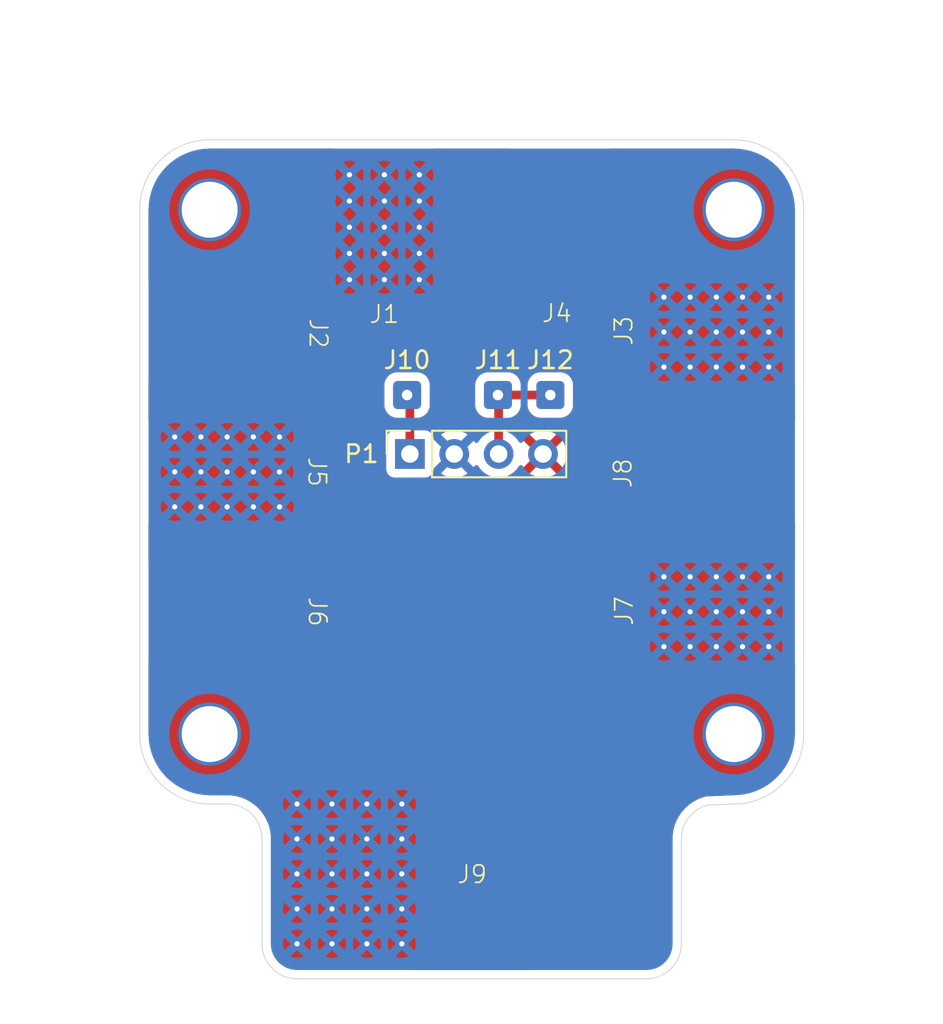
<source format=kicad_pcb>
(kicad_pcb (version 20241229) (generator "pcbnew") (generator_version "9.0")
  (layers (0 "F.Cu" signal) (2 "B.Cu" signal) (13 "F.Paste" user) (15 "B.Paste" user) (5 "F.SilkS" user "F.Silkscreen") (7 "B.SilkS" user "B.Silkscreen") (1 "F.Mask" user) (3 "B.Mask" user) (25 "Edge.Cuts" user))
  (net 0 "")
  (net 1 "GND")
  (net 2 "/VBat")
  (net 3 "/EN")
  (net 4 "/VCC_3V3")
  (footprint "Solder_Pads:01x01_ESC_Pad_Vias" (layer "F.Cu") (at 99 57 90)
    (property "Reference" "J3" (at 0.075 -5.3 90) (layer "F.SilkS") (effects (font (thickness 0.1))))
    (property "Value" "ESC_2_+")
    (pad "1" smd roundrect (at 0 0 90) (size 6 8) (layers "F.Cu" "F.Mask" "F.Paste") (roundrect_rratio 0.15) (net 2 "/VBat"))
    (pad "2" thru_hole circle (at -2 -3 90) (size 0.6 0.6) (drill 0.3) (layers "*.Cu" "*.Mask") (net 2 "/VBat"))
    (pad "2" thru_hole circle (at -2 -1.5 90) (size 0.6 0.6) (drill 0.3) (layers "*.Cu" "*.Mask") (net 2 "/VBat"))
    (pad "2" thru_hole circle (at -2 0 90) (size 0.6 0.6) (drill 0.3) (layers "*.Cu" "*.Mask") (net 2 "/VBat"))
    (pad "2" thru_hole circle (at -2 1.5 90) (size 0.6 0.6) (drill 0.3) (layers "*.Cu" "*.Mask") (net 2 "/VBat"))
    (pad "2" thru_hole circle (at -2 3 90) (size 0.6 0.6) (drill 0.3) (layers "*.Cu" "*.Mask") (net 2 "/VBat"))
    (pad "2" thru_hole circle (at 0 -3 90) (size 0.6 0.6) (drill 0.3) (layers "*.Cu" "*.Mask") (net 2 "/VBat"))
    (pad "2" thru_hole circle (at 0 -1.5 90) (size 0.6 0.6) (drill 0.3) (layers "*.Cu" "*.Mask") (net 2 "/VBat"))
    (pad "2" thru_hole circle (at 0 0 90) (size 0.6 0.6) (drill 0.3) (layers "*.Cu" "*.Mask") (net 2 "/VBat"))
    (pad "2" thru_hole circle (at 0 1.5 90) (size 0.6 0.6) (drill 0.3) (layers "*.Cu" "*.Mask") (net 2 "/VBat"))
    (pad "2" thru_hole circle (at 0 3 90) (size 0.6 0.6) (drill 0.3) (layers "*.Cu" "*.Mask") (net 2 "/VBat"))
    (pad "2" thru_hole circle (at 2 -3 90) (size 0.6 0.6) (drill 0.3) (layers "*.Cu" "*.Mask") (net 2 "/VBat"))
    (pad "2" thru_hole circle (at 2 -1.5 90) (size 0.6 0.6) (drill 0.3) (layers "*.Cu" "*.Mask") (net 2 "/VBat"))
    (pad "2" thru_hole circle (at 2 0 90) (size 0.6 0.6) (drill 0.3) (layers "*.Cu" "*.Mask") (net 2 "/VBat"))
    (pad "2" thru_hole circle (at 2 1.5 90) (size 0.6 0.6) (drill 0.3) (layers "*.Cu" "*.Mask") (net 2 "/VBat"))
    (pad "2" thru_hole circle (at 2 3 90) (size 0.6 0.6) (drill 0.3) (layers "*.Cu" "*.Mask") (net 2 "/VBat"))
  )
  (footprint "Solder_Pads:01x01_ESC_Pad" (layer "F.Cu") (at 71 57 90)
    (property "Reference" "J2" (at -0.075 5.225 270) (layer "F.SilkS") (effects (font (thickness 0.1))))
    (property "Value" "ESC_1_-")
    (pad "1" smd roundrect (at 0 0 90) (size 6 8) (layers "F.Cu" "F.Mask" "F.Paste") (roundrect_rratio 0.15) (net 1 "GND") (thermal_bridge_width 3))
  )
  (footprint "Connector_Wire:SolderWire-0.1sqmm_1x01_D0.4mm_OD1mm" (layer "F.Cu") (at 89.5 60.6)
    (property "Reference" "J12" (at 0 -2 0) (layer "F.SilkS"))
    (property "Value" "Conn_01x01")
    (pad "1" thru_hole roundrect (at 0 0) (size 1.6 1.6) (drill 0.6) (layers "*.Cu" "*.Mask") (roundrect_rratio 0.15625) (net 4 "/VCC_3V3"))
  )
  (footprint "Solder_Pads:PDB_Battery_Pads_ViasL" (layer "F.Cu") (at 85 88)
    (property "Reference" "J9" (at 0.025 0.025 0) (layer "F.SilkS") (effects (font (thickness 0.1))))
    (property "Value" "Conn_01x02")
    (pad "1" smd roundrect (at -7 0) (size 8 10) (layers "F.Cu" "F.Mask" "F.Paste") (roundrect_rratio 0.15) (net 2 "/VBat"))
    (pad "2" smd roundrect (at 7 0) (size 8 10) (layers "F.Cu" "F.Mask" "F.Paste") (roundrect_rratio 0.15) (net 1 "GND") (thermal_bridge_width 3))
    (pad "3" thru_hole circle (at -10 -4) (size 0.6 0.6) (drill 0.3) (layers "*.Cu" "*.Mask") (net 2 "/VBat"))
    (pad "3" thru_hole circle (at -10 -2) (size 0.6 0.6) (drill 0.3) (layers "*.Cu" "*.Mask") (net 2 "/VBat"))
    (pad "3" thru_hole circle (at -10 0) (size 0.6 0.6) (drill 0.3) (layers "*.Cu" "*.Mask") (net 2 "/VBat"))
    (pad "3" thru_hole circle (at -10 2) (size 0.6 0.6) (drill 0.3) (layers "*.Cu" "*.Mask") (net 2 "/VBat"))
    (pad "3" thru_hole circle (at -10 4) (size 0.6 0.6) (drill 0.3) (layers "*.Cu" "*.Mask") (net 2 "/VBat"))
    (pad "3" thru_hole circle (at -8 -4) (size 0.6 0.6) (drill 0.3) (layers "*.Cu" "*.Mask") (net 2 "/VBat"))
    (pad "3" thru_hole circle (at -8 -2) (size 0.6 0.6) (drill 0.3) (layers "*.Cu" "*.Mask") (net 2 "/VBat"))
    (pad "3" thru_hole circle (at -8 0) (size 0.6 0.6) (drill 0.3) (layers "*.Cu" "*.Mask") (net 2 "/VBat"))
    (pad "3" thru_hole circle (at -8 2) (size 0.6 0.6) (drill 0.3) (layers "*.Cu" "*.Mask") (net 2 "/VBat"))
    (pad "3" thru_hole circle (at -8 4) (size 0.6 0.6) (drill 0.3) (layers "*.Cu" "*.Mask") (net 2 "/VBat"))
    (pad "3" thru_hole circle (at -6 -4) (size 0.6 0.6) (drill 0.3) (layers "*.Cu" "*.Mask") (net 2 "/VBat"))
    (pad "3" thru_hole circle (at -6 -2) (size 0.6 0.6) (drill 0.3) (layers "*.Cu" "*.Mask") (net 2 "/VBat"))
    (pad "3" thru_hole circle (at -6 0) (size 0.6 0.6) (drill 0.3) (layers "*.Cu" "*.Mask") (net 2 "/VBat"))
    (pad "3" thru_hole circle (at -6 2) (size 0.6 0.6) (drill 0.3) (layers "*.Cu" "*.Mask") (net 2 "/VBat"))
    (pad "3" thru_hole circle (at -6 4) (size 0.6 0.6) (drill 0.3) (layers "*.Cu" "*.Mask") (net 2 "/VBat"))
    (pad "3" thru_hole circle (at -4 -4) (size 0.6 0.6) (drill 0.3) (layers "*.Cu" "*.Mask") (net 2 "/VBat"))
    (pad "3" thru_hole circle (at -4 -2) (size 0.6 0.6) (drill 0.3) (layers "*.Cu" "*.Mask") (net 2 "/VBat"))
    (pad "3" thru_hole circle (at -4 0) (size 0.6 0.6) (drill 0.3) (layers "*.Cu" "*.Mask") (net 2 "/VBat"))
    (pad "3" thru_hole circle (at -4 2) (size 0.6 0.6) (drill 0.3) (layers "*.Cu" "*.Mask") (net 2 "/VBat"))
    (pad "3" thru_hole circle (at -4 4) (size 0.6 0.6) (drill 0.3) (layers "*.Cu" "*.Mask") (net 2 "/VBat"))
  )
  (footprint "MountingHole:MountingHole_3.2mm_M3_ISO14580_Pad_TopOnly" (layer "F.Cu") (at 70 50)
    (property "Reference" "H1" (hide yes))
    (property "Value" "MountingHole")
    (pad "1" thru_hole circle (at 0 0) (size 3.6 3.6) (drill 3.2) (layers "*.Cu" "*.Mask"))
    (pad "1" connect circle (at 0 0) (size 5.5 5.5) (layers "F.Cu" "F.Mask"))
  )
  (footprint "MountingHole:MountingHole_3.2mm_M3_ISO14580_Pad_TopOnly" (layer "F.Cu") (at 70 80)
    (property "Reference" "H3" (hide yes))
    (property "Value" "MountingHole")
    (pad "1" thru_hole circle (at 0 0) (size 3.6 3.6) (drill 3.2) (layers "*.Cu" "*.Mask"))
    (pad "1" connect circle (at 0 0) (size 5.5 5.5) (layers "F.Cu" "F.Mask"))
  )
  (footprint "Solder_Pads:01x01_ESC_Pad_Vias" (layer "F.Cu") (at 99 73 90)
    (property "Reference" "J7" (at 0.05 -5.275 90) (layer "F.SilkS") (effects (font (thickness 0.1))))
    (property "Value" "ESC_4_+")
    (pad "1" smd roundrect (at 0 0 90) (size 6 8) (layers "F.Cu" "F.Mask" "F.Paste") (roundrect_rratio 0.15) (net 2 "/VBat"))
    (pad "2" thru_hole circle (at -2 -3 90) (size 0.6 0.6) (drill 0.3) (layers "*.Cu" "*.Mask") (net 2 "/VBat"))
    (pad "2" thru_hole circle (at -2 -1.5 90) (size 0.6 0.6) (drill 0.3) (layers "*.Cu" "*.Mask") (net 2 "/VBat"))
    (pad "2" thru_hole circle (at -2 0 90) (size 0.6 0.6) (drill 0.3) (layers "*.Cu" "*.Mask") (net 2 "/VBat"))
    (pad "2" thru_hole circle (at -2 1.5 90) (size 0.6 0.6) (drill 0.3) (layers "*.Cu" "*.Mask") (net 2 "/VBat"))
    (pad "2" thru_hole circle (at -2 3 90) (size 0.6 0.6) (drill 0.3) (layers "*.Cu" "*.Mask") (net 2 "/VBat"))
    (pad "2" thru_hole circle (at 0 -3 90) (size 0.6 0.6) (drill 0.3) (layers "*.Cu" "*.Mask") (net 2 "/VBat"))
    (pad "2" thru_hole circle (at 0 -1.5 90) (size 0.6 0.6) (drill 0.3) (layers "*.Cu" "*.Mask") (net 2 "/VBat"))
    (pad "2" thru_hole circle (at 0 0 90) (size 0.6 0.6) (drill 0.3) (layers "*.Cu" "*.Mask") (net 2 "/VBat"))
    (pad "2" thru_hole circle (at 0 1.5 90) (size 0.6 0.6) (drill 0.3) (layers "*.Cu" "*.Mask") (net 2 "/VBat"))
    (pad "2" thru_hole circle (at 0 3 90) (size 0.6 0.6) (drill 0.3) (layers "*.Cu" "*.Mask") (net 2 "/VBat"))
    (pad "2" thru_hole circle (at 2 -3 90) (size 0.6 0.6) (drill 0.3) (layers "*.Cu" "*.Mask") (net 2 "/VBat"))
    (pad "2" thru_hole circle (at 2 -1.5 90) (size 0.6 0.6) (drill 0.3) (layers "*.Cu" "*.Mask") (net 2 "/VBat"))
    (pad "2" thru_hole circle (at 2 0 90) (size 0.6 0.6) (drill 0.3) (layers "*.Cu" "*.Mask") (net 2 "/VBat"))
    (pad "2" thru_hole circle (at 2 1.5 90) (size 0.6 0.6) (drill 0.3) (layers "*.Cu" "*.Mask") (net 2 "/VBat"))
    (pad "2" thru_hole circle (at 2 3 90) (size 0.6 0.6) (drill 0.3) (layers "*.Cu" "*.Mask") (net 2 "/VBat"))
  )
  (footprint "Solder_Pads:01x01_ESC_Pad" (layer "F.Cu") (at 99 65 90)
    (property "Reference" "J8" (at -0.075 -5.35 90) (layer "F.SilkS") (effects (font (thickness 0.1))))
    (property "Value" "ESC_4_-")
    (pad "1" smd roundrect (at 0 0 90) (size 6 8) (layers "F.Cu" "F.Mask" "F.Paste") (roundrect_rratio 0.15) (net 1 "GND") (thermal_bridge_width 3))
  )
  (footprint "Solder_Pads:01x01_ESC_Pad" (layer "F.Cu") (at 71 73 90)
    (property "Reference" "J6" (at 0 5.175 270) (layer "F.SilkS") (effects (font (thickness 0.1))))
    (property "Value" "ESC_3_-")
    (pad "1" smd roundrect (at 0 0 90) (size 6 8) (layers "F.Cu" "F.Mask" "F.Paste") (roundrect_rratio 0.15) (net 1 "GND") (thermal_bridge_width 3))
  )
  (footprint "Solder_Pads:01x01_ESC_Pad_Vias" (layer "F.Cu") (at 71 65 -90)
    (property "Reference" "J5" (at 0 -5.15 270) (layer "F.SilkS") (effects (font (thickness 0.1))))
    (property "Value" "ESC_3_+")
    (pad "1" smd roundrect (at 0 0 270) (size 6 8) (layers "F.Cu" "F.Mask" "F.Paste") (roundrect_rratio 0.15) (net 2 "/VBat"))
    (pad "2" thru_hole circle (at -2 -3 270) (size 0.6 0.6) (drill 0.3) (layers "*.Cu" "*.Mask") (net 2 "/VBat"))
    (pad "2" thru_hole circle (at -2 -1.5 270) (size 0.6 0.6) (drill 0.3) (layers "*.Cu" "*.Mask") (net 2 "/VBat"))
    (pad "2" thru_hole circle (at -2 0 270) (size 0.6 0.6) (drill 0.3) (layers "*.Cu" "*.Mask") (net 2 "/VBat"))
    (pad "2" thru_hole circle (at -2 1.5 270) (size 0.6 0.6) (drill 0.3) (layers "*.Cu" "*.Mask") (net 2 "/VBat"))
    (pad "2" thru_hole circle (at -2 3 270) (size 0.6 0.6) (drill 0.3) (layers "*.Cu" "*.Mask") (net 2 "/VBat"))
    (pad "2" thru_hole circle (at 0 -3 270) (size 0.6 0.6) (drill 0.3) (layers "*.Cu" "*.Mask") (net 2 "/VBat"))
    (pad "2" thru_hole circle (at 0 -1.5 270) (size 0.6 0.6) (drill 0.3) (layers "*.Cu" "*.Mask") (net 2 "/VBat"))
    (pad "2" thru_hole circle (at 0 0 270) (size 0.6 0.6) (drill 0.3) (layers "*.Cu" "*.Mask") (net 2 "/VBat"))
    (pad "2" thru_hole circle (at 0 1.5 270) (size 0.6 0.6) (drill 0.3) (layers "*.Cu" "*.Mask") (net 2 "/VBat"))
    (pad "2" thru_hole circle (at 0 3 270) (size 0.6 0.6) (drill 0.3) (layers "*.Cu" "*.Mask") (net 2 "/VBat"))
    (pad "2" thru_hole circle (at 2 -3 270) (size 0.6 0.6) (drill 0.3) (layers "*.Cu" "*.Mask") (net 2 "/VBat"))
    (pad "2" thru_hole circle (at 2 -1.5 270) (size 0.6 0.6) (drill 0.3) (layers "*.Cu" "*.Mask") (net 2 "/VBat"))
    (pad "2" thru_hole circle (at 2 0 270) (size 0.6 0.6) (drill 0.3) (layers "*.Cu" "*.Mask") (net 2 "/VBat"))
    (pad "2" thru_hole circle (at 2 1.5 270) (size 0.6 0.6) (drill 0.3) (layers "*.Cu" "*.Mask") (net 2 "/VBat"))
    (pad "2" thru_hole circle (at 2 3 270) (size 0.6 0.6) (drill 0.3) (layers "*.Cu" "*.Mask") (net 2 "/VBat"))
  )
  (footprint "Connector_Wire:SolderWire-0.1sqmm_1x01_D0.4mm_OD1mm" (layer "F.Cu") (at 81.3 60.6)
    (property "Reference" "J10" (at 0 -2 0) (layer "F.SilkS"))
    (property "Value" "Conn_01x01")
    (pad "1" thru_hole roundrect (at 0 0) (size 1.6 1.6) (drill 0.6) (layers "*.Cu" "*.Mask") (roundrect_rratio 0.15625) (net 3 "/EN"))
  )
  (footprint "Connector_Wire:SolderWire-0.1sqmm_1x01_D0.4mm_OD1mm" (layer "F.Cu") (at 86.5 60.6)
    (property "Reference" "J11" (at 0 -2 0) (layer "F.SilkS"))
    (property "Value" "Conn_01x01")
    (pad "1" thru_hole roundrect (at 0 0) (size 1.6 1.6) (drill 0.6) (layers "*.Cu" "*.Mask") (roundrect_rratio 0.15625) (net 4 "/VCC_3V3"))
  )
  (footprint "Solder_Pads:01x01_ESC_Pad_Vias" (layer "F.Cu") (at 80 51)
    (property "Reference" "J1" (at 0 4.975 0) (layer "F.SilkS") (effects (font (thickness 0.1))))
    (property "Value" "ESC_1_+")
    (pad "1" smd roundrect (at 0 0) (size 6 8) (layers "F.Cu" "F.Mask" "F.Paste") (roundrect_rratio 0.15) (net 2 "/VBat"))
    (pad "2" thru_hole circle (at -2 -3) (size 0.6 0.6) (drill 0.3) (layers "*.Cu" "*.Mask") (net 2 "/VBat"))
    (pad "2" thru_hole circle (at -2 -1.5) (size 0.6 0.6) (drill 0.3) (layers "*.Cu" "*.Mask") (net 2 "/VBat"))
    (pad "2" thru_hole circle (at -2 0) (size 0.6 0.6) (drill 0.3) (layers "*.Cu" "*.Mask") (net 2 "/VBat"))
    (pad "2" thru_hole circle (at -2 1.5) (size 0.6 0.6) (drill 0.3) (layers "*.Cu" "*.Mask") (net 2 "/VBat"))
    (pad "2" thru_hole circle (at -2 3) (size 0.6 0.6) (drill 0.3) (layers "*.Cu" "*.Mask") (net 2 "/VBat"))
    (pad "2" thru_hole circle (at 0 -3) (size 0.6 0.6) (drill 0.3) (layers "*.Cu" "*.Mask") (net 2 "/VBat"))
    (pad "2" thru_hole circle (at 0 -1.5) (size 0.6 0.6) (drill 0.3) (layers "*.Cu" "*.Mask") (net 2 "/VBat"))
    (pad "2" thru_hole circle (at 0 0) (size 0.6 0.6) (drill 0.3) (layers "*.Cu" "*.Mask") (net 2 "/VBat"))
    (pad "2" thru_hole circle (at 0 1.5) (size 0.6 0.6) (drill 0.3) (layers "*.Cu" "*.Mask") (net 2 "/VBat"))
    (pad "2" thru_hole circle (at 0 3) (size 0.6 0.6) (drill 0.3) (layers "*.Cu" "*.Mask") (net 2 "/VBat"))
    (pad "2" thru_hole circle (at 2 -3) (size 0.6 0.6) (drill 0.3) (layers "*.Cu" "*.Mask") (net 2 "/VBat"))
    (pad "2" thru_hole circle (at 2 -1.5) (size 0.6 0.6) (drill 0.3) (layers "*.Cu" "*.Mask") (net 2 "/VBat"))
    (pad "2" thru_hole circle (at 2 0) (size 0.6 0.6) (drill 0.3) (layers "*.Cu" "*.Mask") (net 2 "/VBat"))
    (pad "2" thru_hole circle (at 2 1.5) (size 0.6 0.6) (drill 0.3) (layers "*.Cu" "*.Mask") (net 2 "/VBat"))
    (pad "2" thru_hole circle (at 2 3) (size 0.6 0.6) (drill 0.3) (layers "*.Cu" "*.Mask") (net 2 "/VBat"))
  )
  (footprint "Solder_Pads:01x01_ESC_Pad" (layer "F.Cu") (at 90 51)
    (property "Reference" "J4" (at -0.125 4.925 0) (layer "F.SilkS") (effects (font (thickness 0.1))))
    (property "Value" "ESC_2_-")
    (pad "1" smd roundrect (at 0 0) (size 6 8) (layers "F.Cu" "F.Mask" "F.Paste") (roundrect_rratio 0.15) (net 1 "GND") (thermal_bridge_width 3))
  )
  (footprint "MountingHole:MountingHole_3.2mm_M3_ISO14580_Pad_TopOnly" (layer "F.Cu") (at 100 80)
    (property "Reference" "H4" (hide yes))
    (property "Value" "MountingHole")
    (pad "1" thru_hole circle (at 0 0) (size 3.6 3.6) (drill 3.2) (layers "*.Cu" "*.Mask"))
    (pad "1" connect circle (at 0 0) (size 5.5 5.5) (layers "F.Cu" "F.Mask"))
  )
  (footprint "Connector_PinSocket_2.54mm:PinSocket_1x04_P2.54mm_Vertical" (layer "F.Cu") (at 81.46 63.975 90)
    (property "Reference" "P1" (at 0 -2.77 180) (layer "F.SilkS"))
    (property "Value" "AF-MPM3610-Converter")
    (fp_line (start 1.33 -1.33) (end 1.33 0) (stroke (width 0.12)) (layer "F.SilkS"))
    (fp_line (start 0 -1.33) (end 1.33 -1.33) (stroke (width 0.12)) (layer "F.SilkS"))
    (fp_line (start 1.33 1.27) (end 1.33 8.95) (stroke (width 0.12)) (layer "F.SilkS"))
    (fp_line (start -1.33 1.27) (end 1.33 1.27) (stroke (width 0.12)) (layer "F.SilkS"))
    (fp_line (start -1.33 1.27) (end -1.33 8.95) (stroke (width 0.12)) (layer "F.SilkS"))
    (fp_line (start -1.33 8.95) (end 1.33 8.95) (stroke (width 0.12)) (layer "F.SilkS"))
    (pad "1" thru_hole rect (at 0 0 90) (size 1.7 1.7) (drill 1) (layers "*.Cu" "*.Mask") (net 3 "/EN"))
    (pad "2" thru_hole circle (at 0 2.54 90) (size 1.7 1.7) (drill 1) (layers "*.Cu" "*.Mask") (net 2 "/VBat"))
    (pad "3" thru_hole circle (at 0 5.08 90) (size 1.7 1.7) (drill 1) (layers "*.Cu" "*.Mask") (net 4 "/VCC_3V3"))
    (pad "4" thru_hole circle (at 0 7.62 90) (size 1.7 1.7) (drill 1) (layers "*.Cu" "*.Mask") (net 1 "GND"))
  )
  (footprint "MountingHole:MountingHole_3.2mm_M3_ISO14580_Pad_TopOnly" (layer "F.Cu") (at 100 50)
    (property "Reference" "H2" (hide yes))
    (property "Value" "MountingHole")
    (pad "1" thru_hole circle (at 0 0) (size 3.6 3.6) (drill 3.2) (layers "*.Cu" "*.Mask"))
    (pad "1" connect circle (at 0 0) (size 5.5 5.5) (layers "F.Cu" "F.Mask"))
  )
  (gr_arc (start 97 86) (mid 97.423589 84.769175) (end 98.514929 84.059715) (stroke (width 0.05)) (layer "Edge.Cuts"))
  (gr_line (start 100 84) (end 98.514929 84.059715) (stroke (width 0.05)) (layer "Edge.Cuts"))
  (gr_line (start 70 46) (end 100 46) (stroke (width 0.05)) (layer "Edge.Cuts"))
  (gr_arc (start 100 46) (mid 102.828427 47.171573) (end 104 50) (stroke (width 0.05)) (layer "Edge.Cuts"))
  (gr_line (start 97 92) (end 97 86) (stroke (width 0.05)) (layer "Edge.Cuts"))
  (gr_line (start 75 94) (end 95 94) (stroke (width 0.05)) (layer "Edge.Cuts"))
  (gr_arc (start 71 84) (mid 72.414214 84.585786) (end 73 86) (stroke (width 0.05)) (layer "Edge.Cuts"))
  (gr_line (start 104 50) (end 104 80) (stroke (width 0.05)) (layer "Edge.Cuts"))
  (gr_arc (start 66 50) (mid 67.171573 47.171573) (end 70 46) (stroke (width 0.05)) (layer "Edge.Cuts"))
  (gr_line (start 73 86) (end 73 92) (stroke (width 0.05)) (layer "Edge.Cuts"))
  (gr_line (start 66 80) (end 66 78) (stroke (width 0.05)) (layer "Edge.Cuts"))
  (gr_arc (start 75 94) (mid 73.585786 93.414214) (end 73 92) (stroke (width 0.05)) (layer "Edge.Cuts"))
  (gr_arc (start 97 92) (mid 96.414214 93.414214) (end 95 94) (stroke (width 0.05)) (layer "Edge.Cuts"))
  (gr_line (start 66 78) (end 66 50) (stroke (width 0.05)) (layer "Edge.Cuts"))
  (gr_arc (start 104 80) (mid 102.828427 82.828427) (end 100 84) (stroke (width 0.05)) (layer "Edge.Cuts"))
  (gr_line (start 71 84) (end 70 84) (stroke (width 0.05)) (layer "Edge.Cuts"))
  (gr_arc (start 70 84) (mid 67.171573 82.828427) (end 66 80) (stroke (width 0.05)) (layer "Edge.Cuts"))
  (segment (start 81.46 60.76) (end 81.3 60.6) (width 0.2) (layer "F.Cu") (net 3))
  (segment (start 81.46 63.975) (end 81.46 60.76) (width 0.5) (layer "F.Cu") (net 3))
  (segment (start 86.54 60.64) (end 86.5 60.6) (width 0.2) (layer "F.Cu") (net 4))
  (segment (start 86.54 63.975) (end 86.54 60.64) (width 0.5) (layer "F.Cu") (net 4))
  (segment (start 86.5 60.6) (end 89.5 60.6) (width 0.5) (layer "F.Cu") (net 4))
  (zone (net 1) (net_name "GND") (layer "F.Cu") (priority 1) (connect_pads (clearance 0.5)) (min_thickness 0.25) (fill yes (thermal_gap 0.5) (thermal_bridge_width 0.5))
    (polygon (pts (xy 63.9 43.5) (xy 61.9 96.6) (xy 109.9 96) (xy 108.1 41.5)))
  )
  (zone (net 2) (net_name "/VBat") (layer "B.Cu") (connect_pads (clearance 0.5)) (min_thickness 0.25) (fill yes (thermal_gap 0.5) (thermal_bridge_width 0.5))
    (polygon (pts (xy 60 44) (xy 58 96) (xy 112 96) (xy 106 38)))
  )
)
</source>
